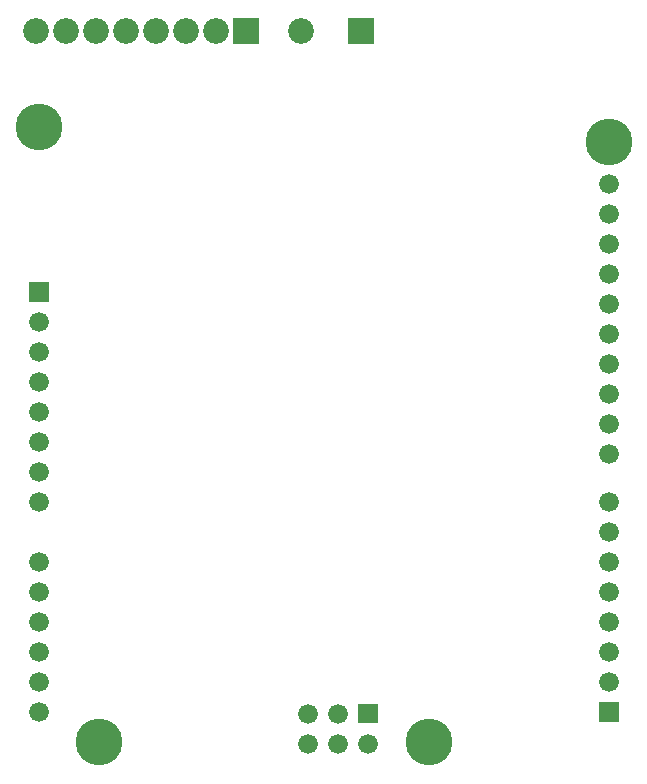
<source format=gbr>
G04 start of page 7 for group -4062 idx -4062 *
G04 Title: (unknown), soldermask *
G04 Creator: pcb 20140316 *
G04 CreationDate: Wed 30 Mar 2016 07:43:05 PM GMT UTC *
G04 For: ndholmes *
G04 Format: Gerber/RS-274X *
G04 PCB-Dimensions (mil): 2100.00 2700.00 *
G04 PCB-Coordinate-Origin: lower left *
%MOIN*%
%FSLAX25Y25*%
%LNBOTTOMMASK*%
%ADD64C,0.0860*%
%ADD63C,0.1560*%
%ADD62C,0.0660*%
%ADD61C,0.0001*%
G54D61*G36*
X196700Y23300D02*Y16700D01*
X203300D01*
Y23300D01*
X196700D01*
G37*
G54D62*X200000Y30000D03*
Y40000D03*
Y50000D03*
Y60000D03*
Y70000D03*
G54D63*X140000Y10000D03*
G54D62*X119803Y9449D03*
X109803D03*
X99803D03*
G54D61*G36*
X116503Y22749D02*Y16149D01*
X123103D01*
Y22749D01*
X116503D01*
G37*
G54D62*X109803Y19449D03*
X99803D03*
X10000Y130000D03*
Y120000D03*
Y110000D03*
Y100000D03*
Y90000D03*
Y70000D03*
Y60000D03*
Y50000D03*
Y40000D03*
Y30000D03*
Y20000D03*
G54D63*X30000Y10000D03*
G54D62*X200000Y80000D03*
Y90000D03*
Y106000D03*
Y116000D03*
Y126000D03*
Y136000D03*
Y146000D03*
Y156000D03*
Y166000D03*
Y176000D03*
Y186000D03*
Y196000D03*
G54D63*Y210000D03*
G54D61*G36*
X6700Y163300D02*Y156700D01*
X13300D01*
Y163300D01*
X6700D01*
G37*
G54D62*X10000Y150000D03*
Y140000D03*
G54D63*Y215000D03*
G54D64*X59000Y247000D03*
X49000D03*
X39000D03*
X29000D03*
X19000D03*
X9000D03*
G54D61*G36*
X113200Y251300D02*Y242700D01*
X121800D01*
Y251300D01*
X113200D01*
G37*
G36*
X74700D02*Y242700D01*
X83300D01*
Y251300D01*
X74700D01*
G37*
G54D64*X69000Y247000D03*
X97500D03*
M02*

</source>
